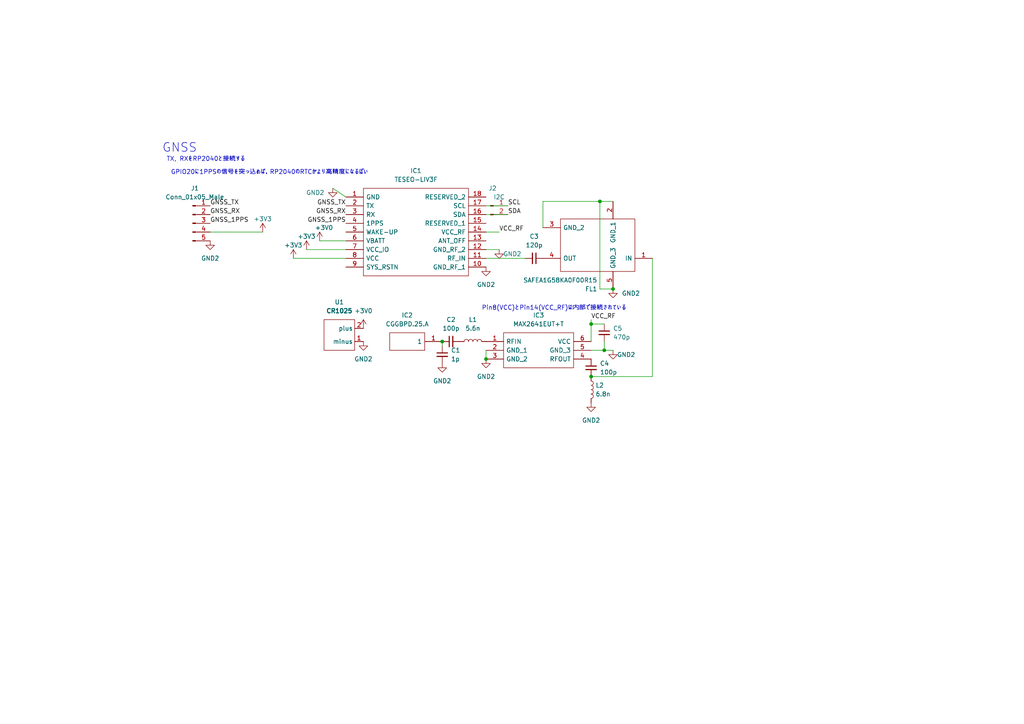
<source format=kicad_sch>
(kicad_sch (version 20211123) (generator eeschema)
  (paper "A4")
  (lib_symbols
    (symbol "Connector:Conn_01x02_Male" (pin_names (offset 1.016) hide)
      (property "Reference" "J" (at 0 2.54 0))
      (property "Value" "Conn_01x02_Male" (at 0 -5.08 0))
      (symbol "Conn_01x02_Male_1_1"
        (polyline (pts (xy 1.27 -2.54) (xy 0.8636 -2.54)) (stroke (width 0.1524)))
        (polyline (pts (xy 1.27 0) (xy 0.8636 0)) (stroke (width 0.1524)))
        (rectangle (start 0.8636 -2.413) (end 0 -2.667) (stroke (width 0.1524)) (fill (type outline)))
        (rectangle (start 0.8636 0.127) (end 0 -0.127) (stroke (width 0.1524)) (fill (type outline)))
        (pin passive line (at 5.08 0 180) (length 3.81) (name "Pin_1") (number "1"))
        (pin passive line (at 5.08 -2.54 180) (length 3.81) (name "Pin_2") (number "2"))
      )
    )
    (symbol "Connector:Conn_01x05_Male" (pin_names (offset 1.016) hide)
      (property "Reference" "J" (at 0 7.62 0))
      (property "Value" "Conn_01x05_Male" (at 0 -7.62 0))
      (symbol "Conn_01x05_Male_1_1"
        (polyline (pts (xy 1.27 -5.08) (xy 0.8636 -5.08)) (stroke (width 0.1524)))
        (polyline (pts (xy 1.27 -2.54) (xy 0.8636 -2.54)) (stroke (width 0.1524)))
        (polyline (pts (xy 1.27 0) (xy 0.8636 0)) (stroke (width 0.1524)))
        (polyline (pts (xy 1.27 2.54) (xy 0.8636 2.54)) (stroke (width 0.1524)))
        (polyline (pts (xy 1.27 5.08) (xy 0.8636 5.08)) (stroke (width 0.1524)))
        (rectangle (start 0.8636 -4.953) (end 0 -5.207) (stroke (width 0.1524)) (fill (type outline)))
        (rectangle (start 0.8636 -2.413) (end 0 -2.667) (stroke (width 0.1524)) (fill (type outline)))
        (rectangle (start 0.8636 0.127) (end 0 -0.127) (stroke (width 0.1524)) (fill (type outline)))
        (rectangle (start 0.8636 2.667) (end 0 2.413) (stroke (width 0.1524)) (fill (type outline)))
        (rectangle (start 0.8636 5.207) (end 0 4.953) (stroke (width 0.1524)) (fill (type outline)))
        (pin passive line (at 5.08 5.08 180) (length 3.81) (name "Pin_1") (number "1"))
        (pin passive line (at 5.08 2.54 180) (length 3.81) (name "Pin_2") (number "2"))
        (pin passive line (at 5.08 0 180) (length 3.81) (name "Pin_3") (number "3"))
        (pin passive line (at 5.08 -2.54 180) (length 3.81) (name "Pin_4") (number "4"))
        (pin passive line (at 5.08 -5.08 180) (length 3.81) (name "Pin_5") (number "5"))
      )
    )
    (symbol "Device:C_Small" (pin_numbers hide) (pin_names (offset 0.254) hide)
      (property "Reference" "C" (at 0.254 1.778 0))
      (property "Value" "C_Small" (at 0.254 -2.032 0))
      (symbol "C_Small_0_1"
        (polyline (pts (xy -1.524 -0.508) (xy 1.524 -0.508)) (stroke (width 0.3302)))
        (polyline (pts (xy -1.524 0.508) (xy 1.524 0.508)) (stroke (width 0.3048)))
      )
      (symbol "C_Small_1_1"
        (pin passive line (at 0 2.54 270) (length 2.032) (name "~") (number "1"))
        (pin passive line (at 0 -2.54 90) (length 2.032) (name "~") (number "2"))
      )
    )
    (symbol "Device:L" (pin_numbers hide) (pin_names (offset 1.016) hide)
      (property "Reference" "L" (at -1.27 0 90))
      (property "Value" "L" (at 1.905 0 90))
      (symbol "L_0_1"
        (arc (start 0 -2.54) (mid 0.635 -1.905) (end 0 -1.27))
        (arc (start 0 -1.27) (mid 0.635 -0.635) (end 0 0))
        (arc (start 0 0) (mid 0.635 0.635) (end 0 1.27))
        (arc (start 0 1.27) (mid 0.635 1.905) (end 0 2.54))
      )
      (symbol "L_1_1"
        (pin passive line (at 0 3.81 270) (length 1.27) (name "1") (number "1"))
        (pin passive line (at 0 -3.81 90) (length 1.27) (name "2") (number "2"))
      )
    )
    (symbol "SamacSys_Parts:CGGBPD.25.A" (pin_names (offset 0.762))
      (property "Reference" "IC" (at 16.51 7.62 0))
      (property "Value" "CGGBPD.25.A" (at 16.51 5.08 0))
      (symbol "CGGBPD.25.A_0_0"
        (pin passive line (at 0 0 0) (length 5.08) (name "1") (number "1"))
      )
      (symbol "CGGBPD.25.A_0_1"
        (polyline (pts (xy 5.08 2.54) (xy 15.24 2.54) (xy 15.24 -2.54) (xy 5.08 -2.54) (xy 5.08 2.54)) (stroke (width 0.1524)))
      )
    )
    (symbol "SamacSys_Parts:MAX2641EUT+T" (pin_names (offset 0.762))
      (property "Reference" "IC" (at 26.67 7.62 0))
      (property "Value" "MAX2641EUT+T" (at 26.67 5.08 0))
      (symbol "MAX2641EUT+T_0_0"
        (pin passive line (at 0 0 0) (length 5.08) (name "RFIN") (number "1"))
        (pin passive line (at 0 -2.54 0) (length 5.08) (name "GND_1") (number "2"))
        (pin passive line (at 0 -5.08 0) (length 5.08) (name "GND_2") (number "3"))
        (pin passive line (at 30.48 -5.08 180) (length 5.08) (name "RFOUT") (number "4"))
        (pin passive line (at 30.48 -2.54 180) (length 5.08) (name "GND_3") (number "5"))
        (pin passive line (at 30.48 0 180) (length 5.08) (name "VCC") (number "6"))
      )
      (symbol "MAX2641EUT+T_0_1"
        (polyline (pts (xy 5.08 2.54) (xy 25.4 2.54) (xy 25.4 -7.62) (xy 5.08 -7.62) (xy 5.08 2.54)) (stroke (width 0.1524)))
      )
    )
    (symbol "SamacSys_Parts:SAFEA1G58KA0F00R15" (pin_names (offset 0.762))
      (property "Reference" "FL?" (at 32.4994 17.78 0))
      (property "Value" "SAFEA1G58KA0F00R15" (at 32.4994 15.24 0))
      (symbol "SAFEA1G58KA0F00R15_0_0"
        (pin passive line (at 16.51 8.89 0) (length 5.08) (name "IN") (number "1"))
        (pin passive line (at 27.94 -7.62 90) (length 5.08) (name "GND_1") (number "2"))
        (pin passive line (at 48.26 0 180) (length 5.08) (name "GND_2") (number "3"))
        (pin passive line (at 48.26 8.89 180) (length 5.08) (name "OUT") (number "4"))
        (pin passive line (at 27.94 17.78 270) (length 5.08) (name "GND_3") (number "5"))
      )
      (symbol "SAFEA1G58KA0F00R15_0_1"
        (polyline (pts (xy 21.59 12.7) (xy 43.18 12.7) (xy 43.18 -2.54) (xy 21.59 -2.54) (xy 21.59 12.7)) (stroke (width 0.1524)))
      )
    )
    (symbol "SamacSys_Parts:TESEO-LIV3F" (pin_names (offset 0.762))
      (property "Reference" "IC" (at 36.83 7.62 0))
      (property "Value" "TESEO-LIV3F" (at 36.83 5.08 0))
      (symbol "TESEO-LIV3F_0_0"
        (pin passive line (at 0 0 0) (length 5.08) (name "GND") (number "1"))
        (pin passive line (at 40.64 -20.32 180) (length 5.08) (name "GND_RF_1") (number "10"))
        (pin passive line (at 40.64 -17.78 180) (length 5.08) (name "RF_IN") (number "11"))
        (pin passive line (at 40.64 -15.24 180) (length 5.08) (name "GND_RF_2") (number "12"))
        (pin passive line (at 40.64 -12.7 180) (length 5.08) (name "ANT_OFF") (number "13"))
        (pin passive line (at 40.64 -10.16 180) (length 5.08) (name "VCC_RF") (number "14"))
        (pin passive line (at 40.64 -7.62 180) (length 5.08) (name "RESERVED_1") (number "15"))
        (pin passive line (at 40.64 -5.08 180) (length 5.08) (name "SDA") (number "16"))
        (pin passive line (at 40.64 -2.54 180) (length 5.08) (name "SCL") (number "17"))
        (pin passive line (at 40.64 0 180) (length 5.08) (name "RESERVED_2") (number "18"))
        (pin passive line (at 0 -2.54 0) (length 5.08) (name "TX") (number "2"))
        (pin passive line (at 0 -5.08 0) (length 5.08) (name "RX") (number "3"))
        (pin passive line (at 0 -7.62 0) (length 5.08) (name "1PPS") (number "4"))
        (pin passive line (at 0 -10.16 0) (length 5.08) (name "WAKE-UP") (number "5"))
        (pin passive line (at 0 -12.7 0) (length 5.08) (name "VBATT") (number "6"))
        (pin passive line (at 0 -15.24 0) (length 5.08) (name "VCC_IO") (number "7"))
        (pin passive line (at 0 -17.78 0) (length 5.08) (name "VCC") (number "8"))
        (pin passive line (at 0 -20.32 0) (length 5.08) (name "SYS_RSTN") (number "9"))
      )
      (symbol "TESEO-LIV3F_0_1"
        (polyline (pts (xy 5.08 2.54) (xy 35.56 2.54) (xy 35.56 -22.86) (xy 5.08 -22.86) (xy 5.08 2.54)) (stroke (width 0.1524)))
      )
    )
    (symbol "power:+3V0" (power) (pin_names (offset 0))
      (property "Value" "+3V0" (at 0 3.556 0))
      (symbol "+3V0_0_1"
        (polyline (pts (xy -0.762 1.27) (xy 0 2.54)))
        (polyline (pts (xy 0 0) (xy 0 2.54)))
        (polyline (pts (xy 0 2.54) (xy 0.762 1.27)))
      )
      (symbol "+3V0_1_1"
        (pin power_in line (at 0 0 90) (length 0) hide (name "+3V0") (number "1"))
      )
    )
    (symbol "power:+3V3" (power) (pin_names (offset 0))
      (property "Value" "+3V3" (at 0 3.556 0))
      (symbol "+3V3_0_1"
        (polyline (pts (xy -0.762 1.27) (xy 0 2.54)))
        (polyline (pts (xy 0 0) (xy 0 2.54)))
        (polyline (pts (xy 0 2.54) (xy 0.762 1.27)))
      )
      (symbol "+3V3_1_1"
        (pin power_in line (at 0 0 90) (length 0) hide (name "+3V3") (number "1"))
      )
    )
    (symbol "power:GND2" (power) (pin_names (offset 0))
      (property "Value" "GND2" (at 0 -3.81 0))
      (symbol "GND2_0_1"
        (polyline (pts (xy 0 0) (xy 0 -1.27) (xy 1.27 -1.27) (xy 0 -2.54) (xy -1.27 -1.27) (xy 0 -1.27)))
      )
      (symbol "GND2_1_1"
        (pin power_in line (at 0 0 270) (length 0) hide (name "GND2") (number "1"))
      )
    )
    (symbol "tanekonsat:CR2032"
      (property "Reference" "U" (at 3.81 10.16 0))
      (property "Value" "CR2032" (at 6.35 -1.27 0))
      (symbol "CR2032_0_1"
        (rectangle (start 2.54 8.89) (end 11.43 0))
      )
      (symbol "CR2032_1_1"
        (pin output line (at 0 6.35 0) (length 2.54) (name "minus") (number "1"))
        (pin output line (at 0 2.54 0) (length 2.54) (name "plus") (number "2"))
      )
    )
  )
  (junction (at 173.99 58.42))
  (junction (at 128.27 99.06))
  (junction (at 177.8 83.82))
  (junction (at 171.45 109.22))
  (junction (at 171.45 93.98))
  (junction (at 175.26 101.6))
  (junction (at 140.97 104.14))
  (wire (pts (xy 140.97 101.6) (xy 140.97 104.14)))
  (wire (pts (xy 96.52 54.61) (xy 100.33 57.15)))
  (wire (pts (xy 175.26 101.6) (xy 171.45 101.6)))
  (wire (pts (xy 173.99 83.82) (xy 173.99 58.42)))
  (wire (pts (xy 189.23 74.93) (xy 189.23 109.22)))
  (wire (pts (xy 177.8 101.6) (xy 175.26 101.6)))
  (wire (pts (xy 177.8 83.82) (xy 173.99 83.82)))
  (wire (pts (xy 76.2 67.31) (xy 60.96 67.31)))
  (wire (pts (xy 147.32 59.69) (xy 140.97 59.69)))
  (wire (pts (xy 173.99 58.42) (xy 177.8 58.42)))
  (wire (pts (xy 147.32 62.23) (xy 140.97 62.23)))
  (wire (pts (xy 144.78 67.31) (xy 140.97 67.31)))
  (wire (pts (xy 171.45 93.98) (xy 171.45 99.06)))
  (wire (pts (xy 157.48 66.04) (xy 157.48 58.42)))
  (wire (pts (xy 85.09 74.93) (xy 100.33 74.93)))
  (wire (pts (xy 171.45 93.98) (xy 175.26 93.98)))
  (wire (pts (xy 88.9 72.39) (xy 100.33 72.39)))
  (wire (pts (xy 157.48 58.42) (xy 173.99 58.42)))
  (wire (pts (xy 171.45 92.71) (xy 171.45 93.98)))
  (wire (pts (xy 171.45 109.22) (xy 189.23 109.22)))
  (wire (pts (xy 175.26 99.06) (xy 175.26 101.6)))
  (wire (pts (xy 128.27 100.33) (xy 128.27 99.06)))
  (wire (pts (xy 92.71 69.85) (xy 100.33 69.85)))
  (wire (pts (xy 144.78 72.39) (xy 140.97 72.39)))
  (wire (pts (xy 140.97 74.93) (xy 152.4 74.93)))
  (text "GNSS" (at 46.99 44.45 0) (effects (font (size 2.54 2.54)) (justify left bottom)))
  (text "TX, RXをRP2040と接続する" (at 48.26 46.99 0) (effects (font (size 1.27 1.27)) (justify left bottom)))
  (text "GPIO20に1PPSの信号を突っ込めば，RP2040のRTCがより高精度になるぽい" (at 49.53 50.8 0) (effects (font (size 1.27 1.27)) (justify left bottom)))
  (text "Pin8(VCC)とPin14(VCC_RF)は内部で接続されている" (at 139.7 90.17 0) (effects (font (size 1.27 1.27)) (justify left bottom)))
  (label "GNSS_RX" (at 60.96 62.23 0))
  (label "VCC_RF" (at 171.45 92.71 0))
  (label "GNSS_1PPS" (at 100.33 64.77 180))
  (label "GNSS_TX" (at 100.33 59.69 180))
  (label "SCL" (at 147.32 59.69 0))
  (label "GNSS_TX" (at 60.96 59.69 0))
  (label "VCC_RF" (at 144.78 67.31 0))
  (label "GNSS_RX" (at 100.33 62.23 180))
  (label "SDA" (at 147.32 62.23 0))
  (label "GNSS_1PPS" (at 60.96 64.77 0))
  (symbol (lib_id "SamacSys_Parts:TESEO-LIV3F") (at 100.33 57.15 0) (unit 1)
    (property "Reference" "IC1" (at 120.65 49.53 0))
    (property "Value" "TESEO-LIV3F" (at 120.65 52.07 0))
    (property "Footprint" "SamacSys_Parts:SON110P970X1010X230-18N" (effects hide))
    (property "Datasheet" "https://www.st.com/resource/en/datasheet/teseo-liv3f.pdf" (effects hide))
    (property "Description" "GPS Modules Tiny GNSS module" (effects hide))
    (property "Height" "2.3" (effects hide))
    (property "Manufacturer_Name" "STMicroelectronics" (effects hide))
    (property "Manufacturer_Part_Number" "TESEO-LIV3F" (effects hide))
    (property "Mouser Part Number" "511-TESEO-LIV3F" (effects hide))
    (property "Mouser Price/Stock" "https://www.mouser.co.uk/ProductDetail/STMicroelectronics/TESEO-LIV3F?qs=HXFqYaX1Q2wXp9tn7dEmMw%3D%3D" (effects hide))
    (property "Arrow Part Number" "TESEO-LIV3F" (effects hide))
    (property "Arrow Price/Stock" "https://www.arrow.com/en/products/teseo-liv3f/stmicroelectronics" (effects hide))
  )
  (symbol (lib_id "Device:C_Small") (at 175.26 96.52 0) (unit 1)
    (property "Reference" "C5" (at 177.8 95.2562 0) (effects (justify left)))
    (property "Value" "470p" (at 177.8 97.7962 0) (effects (justify left)))
    (property "Footprint" "Capacitor_SMD:C_0402_1005Metric" (effects hide))
    (property "LCSC" "C1537" (effects hide))
  )
  (symbol (lib_id "power:GND2") (at 144.78 72.39 0) (unit 1)
    (property "Reference" "#PWR0102" (effects hide))
    (property "Value" "GND2" (at 148.59 73.66 0))
  )
  (symbol (lib_id "Device:C_Small") (at 130.81 99.06 90) (unit 1)
    (property "Reference" "C2" (at 130.8163 92.71 90))
    (property "Value" "100p" (at 130.8163 95.25 90))
    (property "Footprint" "Capacitor_SMD:C_0402_1005Metric" (effects hide))
    (property "LCSC" "C1546" (effects hide))
  )
  (symbol (lib_id "tanekonsat:CR2032") (at 105.41 92.71 180) (unit 1)
    (property "Reference" "U1" (at 98.425 87.63 0))
    (property "Value" "CR1025" (at 98.425 90.17 0) (effects (font bold)))
    (property "Footprint" "tanekonsat:CR1025_Holder" (effects hide))
  )
  (symbol (lib_id "power:GND2") (at 177.8 101.6 0) (unit 1)
    (property "Reference" "#PWR0113" (effects hide))
    (property "Value" "GND2" (at 181.61 102.87 0))
  )
  (symbol (lib_id "power:GND2") (at 140.97 104.14 0) (unit 1)
    (property "Reference" "#PWR0110" (effects hide))
    (property "Value" "GND2" (at 140.97 109.22 0))
  )
  (symbol (lib_id "Device:L") (at 171.45 113.03 0) (unit 1)
    (property "Reference" "L2" (at 172.72 111.7599 0) (effects (justify left)))
    (property "Value" "6.8n" (at 172.72 114.2999 0) (effects (justify left)))
    (property "Footprint" "Inductor_SMD:L_0603_1608Metric_Pad1.05x0.95mm_HandSolder" (effects hide))
  )
  (symbol (lib_id "power:GND2") (at 96.52 54.61 0) (unit 1)
    (property "Reference" "#PWR0105" (effects hide))
    (property "Value" "GND2" (at 91.44 55.88 0))
  )
  (symbol (lib_id "power:GND2") (at 177.8 83.82 0) (unit 1)
    (property "Reference" "#PWR0112" (effects hide))
    (property "Value" "GND2" (at 180.34 85.0899 0) (effects (justify left)))
  )
  (symbol (lib_id "Device:C_Small") (at 171.45 106.68 0) (unit 1)
    (property "Reference" "C4" (at 173.99 105.4162 0) (effects (justify left)))
    (property "Value" "100p" (at 173.99 107.9562 0) (effects (justify left)))
    (property "Footprint" "Capacitor_SMD:C_0402_1005Metric" (effects hide))
    (property "LCSC" "C1546" (effects hide))
  )
  (symbol (lib_id "power:GND2") (at 105.41 99.06 0) (unit 1)
    (property "Reference" "#PWR0104" (effects hide))
    (property "Value" "GND2" (at 105.41 104.14 0))
  )
  (symbol (lib_id "SamacSys_Parts:MAX2641EUT+T") (at 140.97 99.06 0) (unit 1)
    (property "Reference" "IC3" (at 156.21 91.44 0))
    (property "Value" "MAX2641EUT+T" (at 156.21 93.98 0))
    (property "Footprint" "SamacSys_Parts:SOT95P280X145-6N" (effects hide))
    (property "Datasheet" "https://datasheets.maximintegrated.com/en/ds/MAX2640-MAX2641.pdf" (effects hide))
    (property "Description" "MAXIM INTEGRATED PRODUCTS - MAX2641EUT+T - RF Amplifier, 15.7 dB Gain / 1.5 dB Noise, 300 MHz to 1.5 GHz, 2.7 V to 5.5 V Supply, SOT-23-6" (effects hide))
    (property "Height" "1.45" (effects hide))
    (property "Manufacturer_Name" "Maxim Integrated" (effects hide))
    (property "Manufacturer_Part_Number" "MAX2641EUT+T" (effects hide))
    (property "Mouser Part Number" "700-MAX2641EUTT" (effects hide))
    (property "Mouser Price/Stock" "https://www.mouser.co.uk/ProductDetail/Maxim-Integrated/MAX2641EUT%2bT/?qs=1THa7WoU59H%252B6w0O8v3kqQ%3D%3D" (effects hide))
  )
  (symbol (lib_id "power:+3V3") (at 88.9 72.39 0) (unit 1)
    (property "Reference" "#PWR0107" (effects hide))
    (property "Value" "+3V3" (at 88.9 68.58 0))
  )
  (symbol (lib_id "power:GND2") (at 171.45 116.84 0) (unit 1)
    (property "Reference" "#PWR0111" (effects hide))
    (property "Value" "GND2" (at 171.45 121.92 0))
  )
  (symbol (lib_id "power:+3V0") (at 92.71 69.85 0) (unit 1)
    (property "Reference" "#PWR0109" (effects hide))
    (property "Value" "+3V0" (at 93.98 66.04 0))
  )
  (symbol (lib_id "Device:L") (at 137.16 99.06 90) (unit 1)
    (property "Reference" "L1" (at 137.16 92.71 90))
    (property "Value" "5.6n" (at 137.16 95.25 90))
    (property "Footprint" "Inductor_SMD:L_0603_1608Metric_Pad1.05x0.95mm_HandSolder" (effects hide))
  )
  (symbol (lib_id "power:+3V3") (at 76.2 67.31 0) (unit 1)
    (property "Reference" "#PWR0115" (effects hide))
    (property "Value" "+3V3" (at 76.2 63.5 0))
  )
  (symbol (lib_id "Connector:Conn_01x05_Male") (at 55.88 64.77 0) (unit 1)
    (property "Reference" "J1" (at 56.515 54.61 0))
    (property "Value" "Conn_01x05_Male" (at 56.515 57.15 0))
    (property "Footprint" "tanekonsat:PinHeader_1x05_P2.00mm_Vertical" (effects hide))
  )
  (symbol (lib_id "power:GND2") (at 128.27 105.41 0) (unit 1)
    (property "Reference" "#PWR0108" (effects hide))
    (property "Value" "GND2" (at 128.27 110.49 0))
  )
  (symbol (lib_id "Device:C_Small") (at 128.27 102.87 0) (unit 1)
    (property "Reference" "C1" (at 130.81 101.6062 0) (effects (justify left)))
    (property "Value" "1p" (at 130.81 104.1462 0) (effects (justify left)))
    (property "Footprint" "Capacitor_SMD:C_0402_1005Metric" (effects hide))
    (property "LCSC" "C1550" (effects hide))
  )
  (symbol (lib_id "Connector:Conn_01x02_Male") (at 142.24 59.69 0) (unit 1)
    (property "Reference" "J2" (at 142.875 54.61 0))
    (property "Value" "I2C" (at 144.78 57.15 0))
    (property "Footprint" "tanekonsat:PinHeader_1x02_P2.00mm_Vertical" (effects hide))
  )
  (symbol (lib_id "Device:C_Small") (at 154.94 74.93 270) (unit 1)
    (property "Reference" "C3" (at 154.9336 68.58 90))
    (property "Value" "120p" (at 154.9336 71.12 90))
    (property "Footprint" "Capacitor_SMD:C_0402_1005Metric" (effects hide))
    (property "LCSC" "C307442" (effects hide))
  )
  (symbol (lib_id "SamacSys_Parts:SAFEA1G58KA0F00R15") (at 205.74 66.04 180) (unit 1)
    (property "Reference" "FL1" (at 173.2406 83.82 0) (effects (justify left)))
    (property "Value" "SAFEA1G58KA0F00R15" (at 173.2406 81.28 0) (effects (justify left)))
    (property "Footprint" "SamacSys_Parts:SAFEA1G58KA0F00R15" (effects hide))
    (property "Datasheet" "https://datasheet.lcsc.com/szlcsc/Murata-Electronics-SAFEA1G58KA0F00R15_C91641.pdf" (effects hide))
    (property "Description" "Signal Conditioning" (effects hide))
    (property "Height" "0.5" (effects hide))
    (property "Manufacturer_Name" "Murata Electronics" (effects hide))
    (property "Manufacturer_Part_Number" "SAFEA1G58KA0F00R15" (effects hide))
    (property "Mouser Part Number" "N/A" (effects hide))
    (property "Mouser Price/Stock" "https://www.mouser.co.uk/ProductDetail/Murata-Power-Solutions/SAFEA1G58KA0F00R15?qs=H5EaGE3Pc5kSHffIWWQS%252Bw%3D%3D" (effects hide))
    (property "LCSC" "C91641" (effects hide))
  )
  (symbol (lib_id "power:+3V3") (at 85.09 74.93 0) (unit 1)
    (property "Reference" "#PWR0106" (effects hide))
    (property "Value" "+3V3" (at 85.09 71.12 0))
  )
  (symbol (lib_id "SamacSys_Parts:CGGBPD.25.A") (at 128.27 99.06 180) (unit 1)
    (property "Reference" "IC2" (at 118.11 91.44 0))
    (property "Value" "CGGBPD.25.A" (at 118.11 93.98 0))
    (property "Footprint" "SamacSys_Parts:CGGBPD25A" (effects hide))
    (property "Datasheet" "https://cdn.taoglas.com/datasheets/CGGBP.25.4.A.02.pdf" (effects hide))
    (property "Description" "EVAL BOARD GPS/GLONASS/BEIDOU" (effects hide))
    (property "Height" "5.4" (effects hide))
    (property "Manufacturer_Name" "Taoglas" (effects hide))
    (property "Manufacturer_Part_Number" "CGGBPD.25.A" (effects hide))
    (property "Mouser Part Number" "960-CGGBPD.25.A" (effects hide))
    (property "Mouser Price/Stock" "https://www.mouser.co.uk/ProductDetail/Taoglas/CGGBPD25A?qs=gQGbhTXPkfgXlaXTNwnwuA%3D%3D" (effects hide))
  )
  (symbol (lib_id "power:GND2") (at 140.97 77.47 0) (unit 1)
    (property "Reference" "#PWR0101" (effects hide))
    (property "Value" "GND2" (at 140.97 82.55 0))
  )
  (symbol (lib_id "power:GND2") (at 60.96 69.85 0) (unit 1)
    (property "Reference" "#PWR0114" (effects hide))
    (property "Value" "GND2" (at 60.96 74.93 0))
  )
  (symbol (lib_id "power:+3V0") (at 105.41 95.25 0) (unit 1)
    (property "Reference" "#PWR0103" (effects hide))
    (property "Value" "+3V0" (at 105.41 90.17 0))
  )
)
</source>
